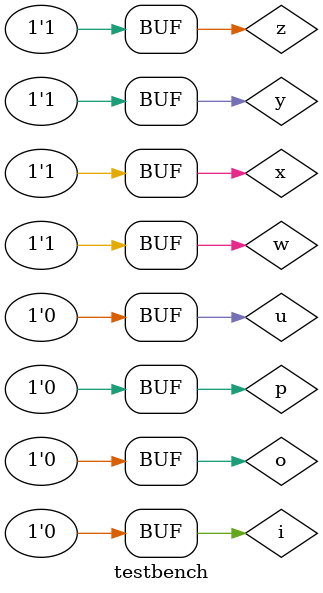
<source format=v>
`timescale 1ns / 1ps


module testbench;

	// Inputs
	reg w;
	reg x;
	reg y;
	reg z;
	reg u,i,o,p;
	// Outputs
	wire F1;
	wire F2;

	// Instantiate the Unit Under Test (UUT)
	veriloga uut (
		.F1(F1), 
		.F2(F2), 
		.w(w), 
		.x(x), 
		.y(y), 
		.z(z)
	);

	initial begin
		// Initialize Inputs
		
      for (u = 0 ;u <= 1 ;u=u+1)begin
			for (i = 0 ;i<= 1; i=i+1)begin
				for(o = 0; o <= 1 ;o=o+1)begin
					for(p = 0 ;p <= 1 ;p= p+1)begin
						w=u;
						x=i;
						y=o;
						z=p;
						#50;
					end
				end
			end
		end
		/*
		
		w=0;
		x=0;
		y=0;
		z=0;
		#50;
		
		
		w=0;
		x=0;
		y=0;
		z=1;
		#50;
		
		
		w=0;
		x=0;
		y=1;
		z=0;
		#50;
		
		w=0;
		x=0;
		y=1;
		z=1;
		#50;
		
		w=0;
		x=1;
		y=0;
		z=0;
		#50;
		
		w=0;
		x=1;
		y=0;
		z=1;
		#50;
		
		w=0;
		x=1;
		y=1;
		z=0;
		#50;
		
		w=0;
		x=1;
		y=1;
		z=1;
		#50;
		
		w=1;
		x=0;
		y=0;
		z=0;
		#50;
		
		w=1;
		x=0;
		y=0;
		z=1;
		#50;
		
		w=1;
		x=0;
		y=1;
		z=0;
		#50;
		
		w=1;
		x=0;
		y=1;
		z=1;
		#50;
		
		w=1;
		x=1;
		y=0;
		z=0;
		#50;
		
		w=1;
		x=1;
		y=0;
		z=1;
		#50;
		
		w=1;
		x=1;
		y=1;
		z=0;
		#50;
		
		w=1;
		x=1;
		y=1;
		z=1;
		#50;
		*/
	end
      
endmodule


</source>
